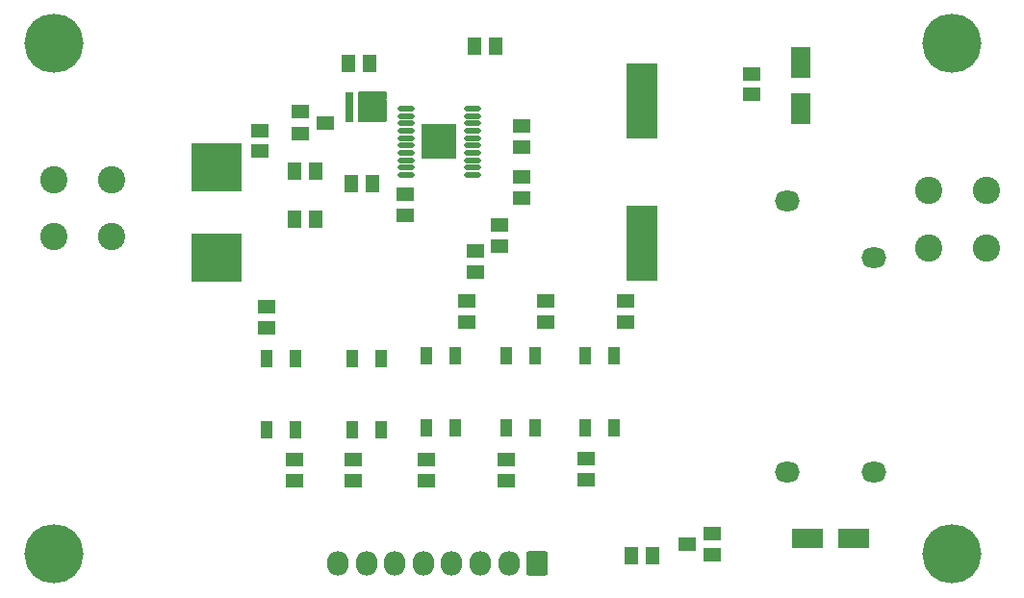
<source format=gbr>
%TF.GenerationSoftware,Altium Limited,Altium Designer,21.3.2 (30)*%
G04 Layer_Color=8388736*
%FSLAX45Y45*%
%MOMM*%
%TF.SameCoordinates,D9DFDB92-F573-4E1A-9105-0BCF1000EC4C*%
%TF.FilePolarity,Negative*%
%TF.FileFunction,Soldermask,Top*%
%TF.Part,Single*%
G01*
G75*
%TA.AperFunction,BGAPad,CuDef*%
%ADD18R,0.25000X0.25000*%
%TA.AperFunction,SMDPad,CuDef*%
%ADD19R,0.50000X0.50000*%
%TA.AperFunction,ComponentPad*%
%ADD40C,2.40320*%
%ADD41O,2.20320X1.80320*%
G04:AMPARAMS|DCode=42|XSize=1.9032mm|YSize=2.1532mm|CornerRadius=0.9516mm|HoleSize=0mm|Usage=FLASHONLY|Rotation=180.000|XOffset=0mm|YOffset=0mm|HoleType=Round|Shape=RoundedRectangle|*
%AMROUNDEDRECTD42*
21,1,1.90320,0.25000,0,0,180.0*
21,1,0.00000,2.15320,0,0,180.0*
1,1,1.90320,0.00000,0.12500*
1,1,1.90320,0.00000,0.12500*
1,1,1.90320,0.00000,-0.12500*
1,1,1.90320,0.00000,-0.12500*
%
%ADD42ROUNDEDRECTD42*%
G04:AMPARAMS|DCode=43|XSize=1.9032mm|YSize=2.1532mm|CornerRadius=0.2291mm|HoleSize=0mm|Usage=FLASHONLY|Rotation=180.000|XOffset=0mm|YOffset=0mm|HoleType=Round|Shape=RoundedRectangle|*
%AMROUNDEDRECTD43*
21,1,1.90320,1.69500,0,0,180.0*
21,1,1.44500,2.15320,0,0,180.0*
1,1,0.45820,-0.72250,0.84750*
1,1,0.45820,0.72250,0.84750*
1,1,0.45820,0.72250,-0.84750*
1,1,0.45820,-0.72250,-0.84750*
%
%ADD43ROUNDEDRECTD43*%
%ADD44C,5.20320*%
%TA.AperFunction,NonConductor*%
%ADD53R,3.06000X3.06000*%
%TA.AperFunction,SMDPad,CuDef*%
%ADD54R,1.15320X1.60320*%
%ADD55R,4.50320X4.30320*%
%ADD56R,1.10320X1.60320*%
%ADD57R,1.60320X1.15320*%
%ADD58R,1.60320X1.20320*%
%ADD59O,1.50000X0.55000*%
%ADD60R,0.79000X0.66000*%
%ADD61R,2.80320X1.80320*%
%ADD62R,1.80320X2.80320*%
%ADD63R,2.70320X6.70320*%
G36*
X3516101Y4672755D02*
X3517430Y4672668D01*
X3518737Y4672408D01*
X3519998Y4671980D01*
X3521192Y4671391D01*
X3522300Y4670651D01*
X3523301Y4669773D01*
X3524179Y4668772D01*
X3524919Y4667664D01*
X3525508Y4666470D01*
X3525936Y4665209D01*
X3526196Y4663902D01*
X3526283Y4662573D01*
X3526283Y4612877D01*
X3526196Y4611548D01*
X3525936Y4610242D01*
X3525791Y4609814D01*
X3525508Y4608981D01*
X3524919Y4607786D01*
X3524179Y4606679D01*
X3523301Y4605678D01*
X3523301D01*
Y4605677D01*
X3522701Y4605151D01*
X3523300Y4604626D01*
X3524178Y4603624D01*
X3524918Y4602517D01*
X3525507Y4601322D01*
X3525935Y4600061D01*
X3526195Y4598755D01*
X3526282Y4597426D01*
Y4547776D01*
X3526195Y4546447D01*
X3525935Y4545141D01*
X3525507Y4543880D01*
X3524918Y4542685D01*
X3524178Y4541578D01*
X3523300Y4540577D01*
X3522786Y4540126D01*
X3523300Y4539676D01*
X3524178Y4538675D01*
X3524918Y4537567D01*
X3525507Y4536373D01*
X3525935Y4535112D01*
X3526195Y4533805D01*
X3526282Y4532476D01*
X3526282Y4482676D01*
X3526195Y4481347D01*
X3525935Y4480041D01*
X3525507Y4478780D01*
X3524918Y4477585D01*
X3524178Y4476478D01*
X3523300Y4475477D01*
X3522701Y4474951D01*
X3523300Y4474426D01*
X3524178Y4473425D01*
X3524918Y4472317D01*
X3525507Y4471123D01*
X3525935Y4469862D01*
X3526195Y4468555D01*
X3526282Y4467226D01*
Y4417575D01*
X3526195Y4416246D01*
X3525935Y4414939D01*
X3525507Y4413678D01*
X3524918Y4412484D01*
X3524178Y4411376D01*
X3523300Y4410375D01*
X3522299Y4409497D01*
X3521191Y4408757D01*
X3519997Y4408168D01*
X3518736Y4407740D01*
X3517429Y4407480D01*
X3516100Y4407393D01*
X3284100D01*
X3282771Y4407480D01*
X3281465Y4407740D01*
X3280204Y4408168D01*
X3279009Y4408757D01*
X3277902Y4409497D01*
X3276901Y4410375D01*
X3276023Y4411376D01*
X3275283Y4412484D01*
X3274693Y4413678D01*
X3274265Y4414939D01*
X3274006Y4416246D01*
X3273919Y4417575D01*
Y4662574D01*
X3274006Y4663903D01*
X3274265Y4665210D01*
X3274693Y4666471D01*
X3275283Y4667665D01*
X3276023Y4668773D01*
X3276901Y4669774D01*
X3277902Y4670652D01*
X3279009Y4671392D01*
X3280204Y4671981D01*
X3281465Y4672409D01*
X3282771Y4672669D01*
X3284100Y4672756D01*
X3345600D01*
X3516101Y4672755D01*
D02*
G37*
D18*
X3416700Y4649575D02*
D03*
X3350000Y4650000D02*
D03*
Y4430000D02*
D03*
X3416700Y4431175D02*
D03*
X3503250Y4637875D02*
D03*
X3502500Y4572475D02*
D03*
X3503400Y4507075D02*
D03*
X3502650Y4441675D02*
D03*
D19*
X3445250Y4540825D02*
D03*
D40*
X8292000Y3300000D02*
D03*
X8800000D02*
D03*
X8292000Y3800000D02*
D03*
X8800000D02*
D03*
X600000Y3400000D02*
D03*
X1108000D02*
D03*
X600000Y3900000D02*
D03*
X1108000D02*
D03*
D41*
X7050000Y1320000D02*
D03*
Y3709999D02*
D03*
X7812000Y3210000D02*
D03*
Y1320000D02*
D03*
D42*
X3100000Y520000D02*
D03*
X3350000D02*
D03*
X3600000D02*
D03*
X3850000D02*
D03*
X4100000D02*
D03*
X4350000D02*
D03*
X4600000D02*
D03*
D43*
X4850000D02*
D03*
D44*
X8500000Y600000D02*
D03*
X600000Y600000D02*
D03*
X8500000Y5100000D02*
D03*
X600000D02*
D03*
D53*
X3990001Y4232501D02*
D03*
D54*
X4297500Y5070000D02*
D03*
X4482500D02*
D03*
X3187500Y4920000D02*
D03*
X3372500D02*
D03*
X2902500Y3550000D02*
D03*
X2717501D02*
D03*
X3402500Y3860000D02*
D03*
X3217501D02*
D03*
X2902500Y3970000D02*
D03*
X2717501D02*
D03*
X5862500Y590000D02*
D03*
X5677500D02*
D03*
D55*
X2030000Y3215000D02*
D03*
Y4005000D02*
D03*
D56*
X2723000Y1695000D02*
D03*
X2469000D02*
D03*
Y2325000D02*
D03*
X2723000D02*
D03*
X3220000Y2325000D02*
D03*
X3474000D02*
D03*
Y1695000D02*
D03*
X3220000D02*
D03*
X3878000Y2345000D02*
D03*
X4132000D02*
D03*
Y1715000D02*
D03*
X3878000D02*
D03*
X4576999Y2345000D02*
D03*
X4830999D02*
D03*
Y1715000D02*
D03*
X4576999D02*
D03*
X5275999Y2345000D02*
D03*
X5529999D02*
D03*
Y1715000D02*
D03*
X5275999D02*
D03*
D57*
X4310000Y3087500D02*
D03*
Y3272500D02*
D03*
X4520000Y3500000D02*
D03*
Y3315000D02*
D03*
X4710000Y3737500D02*
D03*
Y3922500D02*
D03*
X5630000Y2647500D02*
D03*
Y2832500D02*
D03*
X4930001Y2647500D02*
D03*
Y2832500D02*
D03*
X4230000Y2647500D02*
D03*
Y2832500D02*
D03*
X4710000Y4187500D02*
D03*
Y4372500D02*
D03*
X2470000Y2597500D02*
D03*
Y2782500D02*
D03*
X2410001Y4147500D02*
D03*
Y4332500D02*
D03*
X5280000Y1257500D02*
D03*
Y1442500D02*
D03*
X4580000Y1247500D02*
D03*
Y1432500D02*
D03*
X3880000Y1247500D02*
D03*
Y1432500D02*
D03*
X3230000Y1247500D02*
D03*
Y1432500D02*
D03*
X2720000D02*
D03*
Y1247500D02*
D03*
X3690000Y3772500D02*
D03*
Y3587500D02*
D03*
X6740000Y4832500D02*
D03*
Y4647500D02*
D03*
D58*
X2770001Y4495000D02*
D03*
Y4305000D02*
D03*
X2990001Y4400000D02*
D03*
X6390000Y595000D02*
D03*
Y785000D02*
D03*
X6170000Y690000D02*
D03*
D59*
X3695001Y4525000D02*
D03*
Y4460000D02*
D03*
Y4395000D02*
D03*
Y4330000D02*
D03*
Y4265000D02*
D03*
Y4200000D02*
D03*
Y4135000D02*
D03*
Y4070000D02*
D03*
Y4005000D02*
D03*
Y3940000D02*
D03*
X4285001D02*
D03*
Y4005000D02*
D03*
Y4070000D02*
D03*
Y4135000D02*
D03*
Y4200000D02*
D03*
Y4265000D02*
D03*
Y4330000D02*
D03*
Y4395000D02*
D03*
Y4460000D02*
D03*
Y4525000D02*
D03*
D60*
X3196600Y4441675D02*
D03*
Y4506975D02*
D03*
Y4572275D02*
D03*
Y4637575D02*
D03*
D61*
X7227500Y740000D02*
D03*
X7632500D02*
D03*
D62*
X7170000Y4527500D02*
D03*
Y4932500D02*
D03*
D63*
X5770000Y4590000D02*
D03*
Y3340000D02*
D03*
%TF.MD5,10d49815f39210ff23e98509eb49ffc5*%
M02*

</source>
